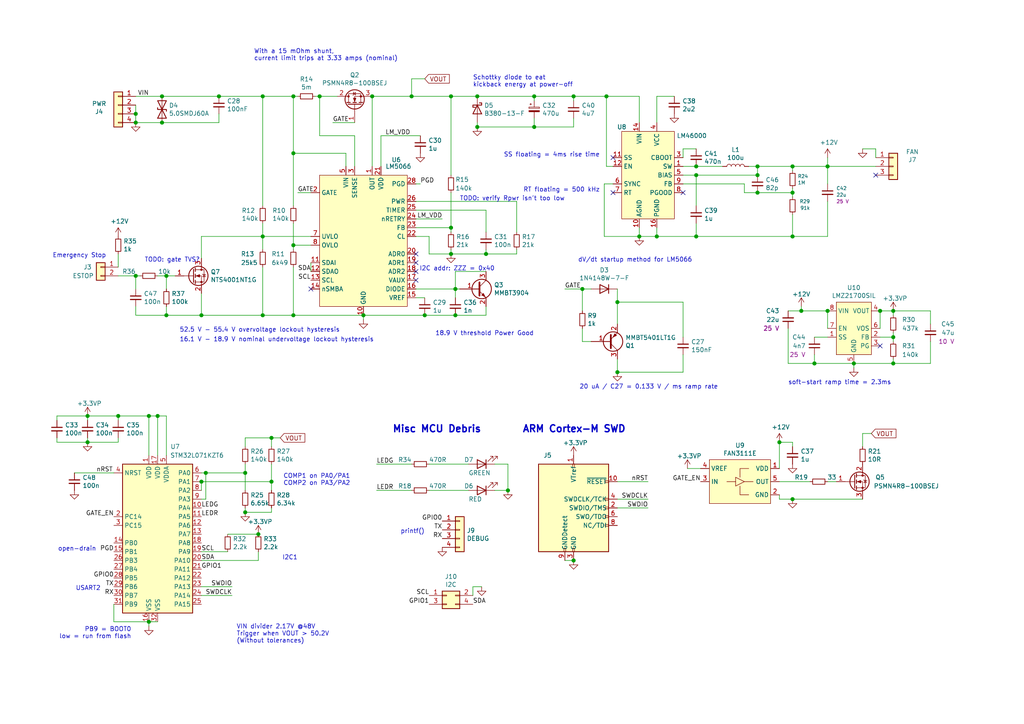
<source format=kicad_sch>
(kicad_sch (version 20200820) (host eeschema "5.99.0-unknown-dd374e12a~102~ubuntu20.04.1")
  (page 2 3)
  (paper "A4")
  (junction (at 25.4 120.65) (diameter 1.016))
  (junction (at 25.4 128.27) (diameter 1.016))
  (junction (at 34.29 120.65) (diameter 1.016))
  (junction (at 39.37 33.02) (diameter 1.016))
  (junction (at 39.37 35.56) (diameter 1.016))
  (junction (at 39.37 80.01) (diameter 1.016))
  (junction (at 43.18 120.65) (diameter 1.016))
  (junction (at 43.18 180.34) (diameter 1.016))
  (junction (at 45.72 120.65) (diameter 1.016))
  (junction (at 46.99 27.94) (diameter 1.016))
  (junction (at 46.99 35.56) (diameter 1.016))
  (junction (at 48.26 80.01) (diameter 1.016))
  (junction (at 48.26 91.44) (diameter 1.016))
  (junction (at 58.42 91.44) (diameter 1.016))
  (junction (at 58.42 139.7) (diameter 1.016))
  (junction (at 59.69 137.16) (diameter 1.016))
  (junction (at 63.5 27.94) (diameter 1.016))
  (junction (at 71.12 137.16) (diameter 1.016))
  (junction (at 71.12 148.59) (diameter 1.016))
  (junction (at 74.93 154.94) (diameter 1.016))
  (junction (at 76.2 27.94) (diameter 1.016))
  (junction (at 76.2 68.58) (diameter 1.016))
  (junction (at 76.2 91.44) (diameter 1.016))
  (junction (at 78.74 127) (diameter 1.016))
  (junction (at 78.74 139.7) (diameter 1.016))
  (junction (at 85.09 27.94) (diameter 1.016))
  (junction (at 85.09 44.45) (diameter 1.016))
  (junction (at 85.09 71.12) (diameter 1.016))
  (junction (at 85.09 91.44) (diameter 1.016))
  (junction (at 92.71 27.94) (diameter 1.016))
  (junction (at 105.41 91.44) (diameter 1.016))
  (junction (at 107.95 27.94) (diameter 1.016))
  (junction (at 119.38 27.94) (diameter 1.016))
  (junction (at 123.19 91.44) (diameter 1.016))
  (junction (at 130.81 27.94) (diameter 1.016))
  (junction (at 130.81 66.04) (diameter 1.016))
  (junction (at 130.81 73.66) (diameter 1.016))
  (junction (at 132.08 83.82) (diameter 1.016))
  (junction (at 132.08 91.44) (diameter 1.016))
  (junction (at 138.43 27.94) (diameter 1.016))
  (junction (at 138.43 36.83) (diameter 1.016))
  (junction (at 140.97 73.66) (diameter 1.016))
  (junction (at 147.32 142.24) (diameter 1.016))
  (junction (at 154.94 27.94) (diameter 1.016))
  (junction (at 154.94 36.83) (diameter 1.016))
  (junction (at 166.37 27.94) (diameter 1.016))
  (junction (at 166.37 162.56) (diameter 1.016))
  (junction (at 168.91 83.82) (diameter 1.016))
  (junction (at 175.895 27.94) (diameter 1.016))
  (junction (at 179.07 87.63) (diameter 1.016))
  (junction (at 179.07 107.95) (diameter 1.016))
  (junction (at 185.42 68.58) (diameter 1.016))
  (junction (at 190.5 68.58) (diameter 1.016))
  (junction (at 201.93 48.26) (diameter 1.016))
  (junction (at 201.93 50.8) (diameter 1.016))
  (junction (at 201.93 68.58) (diameter 1.016))
  (junction (at 219.71 48.26) (diameter 1.016))
  (junction (at 219.71 50.8) (diameter 1.016))
  (junction (at 219.71 55.88) (diameter 1.016))
  (junction (at 226.06 128.27) (diameter 1.016))
  (junction (at 229.87 48.26) (diameter 1.016))
  (junction (at 229.87 55.88) (diameter 1.016))
  (junction (at 229.87 68.58) (diameter 1.016))
  (junction (at 229.87 144.78) (diameter 1.016))
  (junction (at 232.41 90.17) (diameter 1.016))
  (junction (at 236.22 105.41) (diameter 1.016))
  (junction (at 240.03 48.26) (diameter 1.016))
  (junction (at 240.03 90.17) (diameter 1.016))
  (junction (at 247.65 105.41) (diameter 1.016))
  (junction (at 255.27 90.17) (diameter 1.016))
  (junction (at 259.08 90.17) (diameter 1.016))
  (junction (at 259.08 97.79) (diameter 1.016))
  (junction (at 259.08 105.41) (diameter 1.016))
  (no_connect (at 120.65 78.74))
  (no_connect (at 120.65 81.28))
  (no_connect (at 177.8 45.72))
  (no_connect (at 198.12 55.88))
  (no_connect (at 177.8 55.88))
  (no_connect (at 120.65 76.2))
  (no_connect (at 254 50.8))
  (no_connect (at 120.65 73.66))
  (no_connect (at 255.27 100.33))
  (no_connect (at 90.17 83.82))
  (wire (pts (xy 16.51 120.65) (xy 25.4 120.65)))
  (wire (pts (xy 16.51 121.92) (xy 16.51 120.65)))
  (wire (pts (xy 16.51 127) (xy 16.51 128.27)))
  (wire (pts (xy 16.51 128.27) (xy 25.4 128.27)))
  (wire (pts (xy 21.59 137.16) (xy 33.02 137.16)))
  (wire (pts (xy 25.4 120.65) (xy 25.4 121.92)))
  (wire (pts (xy 25.4 127) (xy 25.4 128.27)))
  (wire (pts (xy 25.4 128.27) (xy 34.29 128.27)))
  (wire (pts (xy 33.02 175.26) (xy 33.02 180.34)))
  (wire (pts (xy 33.02 180.34) (xy 43.18 180.34)))
  (wire (pts (xy 34.29 73.66) (xy 34.29 77.47)))
  (wire (pts (xy 34.29 80.01) (xy 39.37 80.01)))
  (wire (pts (xy 34.29 120.65) (xy 25.4 120.65)))
  (wire (pts (xy 34.29 120.65) (xy 34.29 121.92)))
  (wire (pts (xy 34.29 128.27) (xy 34.29 127)))
  (wire (pts (xy 39.37 27.94) (xy 46.99 27.94)))
  (wire (pts (xy 39.37 30.48) (xy 39.37 33.02)))
  (wire (pts (xy 39.37 33.02) (xy 39.37 35.56)))
  (wire (pts (xy 39.37 35.56) (xy 46.99 35.56)))
  (wire (pts (xy 39.37 80.01) (xy 40.64 80.01)))
  (wire (pts (xy 39.37 83.82) (xy 39.37 80.01)))
  (wire (pts (xy 39.37 88.9) (xy 39.37 91.44)))
  (wire (pts (xy 39.37 91.44) (xy 48.26 91.44)))
  (wire (pts (xy 43.18 120.65) (xy 34.29 120.65)))
  (wire (pts (xy 43.18 120.65) (xy 43.18 132.08)))
  (wire (pts (xy 43.18 120.65) (xy 45.72 120.65)))
  (wire (pts (xy 43.18 180.34) (xy 43.18 181.61)))
  (wire (pts (xy 45.72 80.01) (xy 48.26 80.01)))
  (wire (pts (xy 45.72 120.65) (xy 45.72 132.08)))
  (wire (pts (xy 45.72 120.65) (xy 48.26 120.65)))
  (wire (pts (xy 45.72 180.34) (xy 43.18 180.34)))
  (wire (pts (xy 46.99 27.94) (xy 63.5 27.94)))
  (wire (pts (xy 46.99 35.56) (xy 63.5 35.56)))
  (wire (pts (xy 48.26 80.01) (xy 48.26 83.82)))
  (wire (pts (xy 48.26 80.01) (xy 50.8 80.01)))
  (wire (pts (xy 48.26 88.9) (xy 48.26 91.44)))
  (wire (pts (xy 48.26 91.44) (xy 58.42 91.44)))
  (wire (pts (xy 48.26 132.08) (xy 48.26 120.65)))
  (wire (pts (xy 58.42 68.58) (xy 58.42 74.93)))
  (wire (pts (xy 58.42 85.09) (xy 58.42 91.44)))
  (wire (pts (xy 58.42 91.44) (xy 76.2 91.44)))
  (wire (pts (xy 58.42 139.7) (xy 58.42 142.24)))
  (wire (pts (xy 58.42 160.02) (xy 66.04 160.02)))
  (wire (pts (xy 58.42 162.56) (xy 74.93 162.56)))
  (wire (pts (xy 59.69 137.16) (xy 58.42 137.16)))
  (wire (pts (xy 59.69 137.16) (xy 59.69 144.78)))
  (wire (pts (xy 59.69 144.78) (xy 58.42 144.78)))
  (wire (pts (xy 63.5 27.94) (xy 76.2 27.94)))
  (wire (pts (xy 63.5 35.56) (xy 63.5 33.02)))
  (wire (pts (xy 66.04 154.94) (xy 74.93 154.94)))
  (wire (pts (xy 67.31 170.18) (xy 58.42 170.18)))
  (wire (pts (xy 67.31 172.72) (xy 58.42 172.72)))
  (wire (pts (xy 71.12 127) (xy 71.12 129.54)))
  (wire (pts (xy 71.12 127) (xy 78.74 127)))
  (wire (pts (xy 71.12 134.62) (xy 71.12 137.16)))
  (wire (pts (xy 71.12 137.16) (xy 59.69 137.16)))
  (wire (pts (xy 71.12 142.24) (xy 71.12 137.16)))
  (wire (pts (xy 71.12 147.32) (xy 71.12 148.59)))
  (wire (pts (xy 71.12 148.59) (xy 78.74 148.59)))
  (wire (pts (xy 74.93 162.56) (xy 74.93 160.02)))
  (wire (pts (xy 76.2 27.94) (xy 76.2 59.69)))
  (wire (pts (xy 76.2 27.94) (xy 85.09 27.94)))
  (wire (pts (xy 76.2 64.77) (xy 76.2 68.58)))
  (wire (pts (xy 76.2 68.58) (xy 58.42 68.58)))
  (wire (pts (xy 76.2 68.58) (xy 76.2 72.39)))
  (wire (pts (xy 76.2 68.58) (xy 90.17 68.58)))
  (wire (pts (xy 76.2 77.47) (xy 76.2 91.44)))
  (wire (pts (xy 76.2 91.44) (xy 85.09 91.44)))
  (wire (pts (xy 78.74 127) (xy 81.28 127)))
  (wire (pts (xy 78.74 129.54) (xy 78.74 127)))
  (wire (pts (xy 78.74 134.62) (xy 78.74 139.7)))
  (wire (pts (xy 78.74 139.7) (xy 58.42 139.7)))
  (wire (pts (xy 78.74 139.7) (xy 78.74 142.24)))
  (wire (pts (xy 78.74 148.59) (xy 78.74 147.32)))
  (wire (pts (xy 85.09 27.94) (xy 85.09 44.45)))
  (wire (pts (xy 85.09 27.94) (xy 86.36 27.94)))
  (wire (pts (xy 85.09 44.45) (xy 100.33 44.45)))
  (wire (pts (xy 85.09 59.69) (xy 85.09 44.45)))
  (wire (pts (xy 85.09 64.77) (xy 85.09 71.12)))
  (wire (pts (xy 85.09 71.12) (xy 90.17 71.12)))
  (wire (pts (xy 85.09 72.39) (xy 85.09 71.12)))
  (wire (pts (xy 85.09 77.47) (xy 85.09 91.44)))
  (wire (pts (xy 85.09 91.44) (xy 105.41 91.44)))
  (wire (pts (xy 86.36 55.88) (xy 90.17 55.88)))
  (wire (pts (xy 90.17 76.2) (xy 90.17 78.74)))
  (wire (pts (xy 91.44 27.94) (xy 92.71 27.94)))
  (wire (pts (xy 92.71 27.94) (xy 92.71 39.37)))
  (wire (pts (xy 92.71 27.94) (xy 97.79 27.94)))
  (wire (pts (xy 92.71 39.37) (xy 102.87 39.37)))
  (wire (pts (xy 96.52 35.56) (xy 102.87 35.56)))
  (wire (pts (xy 100.33 44.45) (xy 100.33 48.26)))
  (wire (pts (xy 102.87 39.37) (xy 102.87 48.26)))
  (wire (pts (xy 105.41 92.71) (xy 105.41 91.44)))
  (wire (pts (xy 107.95 27.94) (xy 107.95 48.26)))
  (wire (pts (xy 107.95 27.94) (xy 119.38 27.94)))
  (wire (pts (xy 109.22 134.62) (xy 119.38 134.62)))
  (wire (pts (xy 109.22 142.24) (xy 119.38 142.24)))
  (wire (pts (xy 110.49 39.37) (xy 110.49 48.26)))
  (wire (pts (xy 110.49 39.37) (xy 121.92 39.37)))
  (wire (pts (xy 119.38 22.86) (xy 119.38 27.94)))
  (wire (pts (xy 119.38 27.94) (xy 130.81 27.94)))
  (wire (pts (xy 120.65 58.42) (xy 149.86 58.42)))
  (wire (pts (xy 120.65 60.96) (xy 140.97 60.96)))
  (wire (pts (xy 120.65 66.04) (xy 130.81 66.04)))
  (wire (pts (xy 120.65 68.58) (xy 124.46 68.58)))
  (wire (pts (xy 120.65 86.36) (xy 123.19 86.36)))
  (wire (pts (xy 121.92 53.34) (xy 120.65 53.34)))
  (wire (pts (xy 123.19 22.86) (xy 119.38 22.86)))
  (wire (pts (xy 123.19 91.44) (xy 105.41 91.44)))
  (wire (pts (xy 124.46 68.58) (xy 124.46 73.66)))
  (wire (pts (xy 124.46 73.66) (xy 130.81 73.66)))
  (wire (pts (xy 128.27 63.5) (xy 120.65 63.5)))
  (wire (pts (xy 130.81 27.94) (xy 138.43 27.94)))
  (wire (pts (xy 130.81 50.8) (xy 130.81 27.94)))
  (wire (pts (xy 130.81 66.04) (xy 130.81 55.88)))
  (wire (pts (xy 130.81 66.04) (xy 130.81 67.31)))
  (wire (pts (xy 130.81 72.39) (xy 130.81 73.66)))
  (wire (pts (xy 130.81 73.66) (xy 140.97 73.66)))
  (wire (pts (xy 132.08 78.74) (xy 132.08 83.82)))
  (wire (pts (xy 132.08 83.82) (xy 120.65 83.82)))
  (wire (pts (xy 132.08 83.82) (xy 132.08 86.36)))
  (wire (pts (xy 132.08 91.44) (xy 123.19 91.44)))
  (wire (pts (xy 132.08 91.44) (xy 140.97 91.44)))
  (wire (pts (xy 133.35 83.82) (xy 132.08 83.82)))
  (wire (pts (xy 135.89 134.62) (xy 124.46 134.62)))
  (wire (pts (xy 135.89 142.24) (xy 124.46 142.24)))
  (wire (pts (xy 137.16 170.18) (xy 137.16 172.72)))
  (wire (pts (xy 138.43 27.94) (xy 154.94 27.94)))
  (wire (pts (xy 138.43 35.56) (xy 138.43 36.83)))
  (wire (pts (xy 139.7 170.18) (xy 137.16 170.18)))
  (wire (pts (xy 140.97 60.96) (xy 140.97 67.31)))
  (wire (pts (xy 140.97 73.66) (xy 140.97 72.39)))
  (wire (pts (xy 140.97 78.74) (xy 132.08 78.74)))
  (wire (pts (xy 140.97 88.9) (xy 140.97 91.44)))
  (wire (pts (xy 143.51 134.62) (xy 147.32 134.62)))
  (wire (pts (xy 147.32 134.62) (xy 147.32 142.24)))
  (wire (pts (xy 147.32 142.24) (xy 143.51 142.24)))
  (wire (pts (xy 149.86 67.31) (xy 149.86 58.42)))
  (wire (pts (xy 149.86 72.39) (xy 149.86 73.66)))
  (wire (pts (xy 149.86 73.66) (xy 140.97 73.66)))
  (wire (pts (xy 154.94 27.94) (xy 154.94 29.21)))
  (wire (pts (xy 154.94 27.94) (xy 166.37 27.94)))
  (wire (pts (xy 154.94 34.29) (xy 154.94 36.83)))
  (wire (pts (xy 154.94 36.83) (xy 138.43 36.83)))
  (wire (pts (xy 154.94 36.83) (xy 166.37 36.83)))
  (wire (pts (xy 163.83 162.56) (xy 166.37 162.56)))
  (wire (pts (xy 166.37 27.94) (xy 166.37 29.21)))
  (wire (pts (xy 166.37 27.94) (xy 175.895 27.94)))
  (wire (pts (xy 166.37 36.83) (xy 166.37 34.29)))
  (wire (pts (xy 168.91 83.82) (xy 163.83 83.82)))
  (wire (pts (xy 168.91 83.82) (xy 171.45 83.82)))
  (wire (pts (xy 168.91 90.17) (xy 168.91 83.82)))
  (wire (pts (xy 168.91 99.06) (xy 168.91 95.25)))
  (wire (pts (xy 171.45 99.06) (xy 168.91 99.06)))
  (wire (pts (xy 175.26 53.34) (xy 175.26 68.58)))
  (wire (pts (xy 175.26 68.58) (xy 185.42 68.58)))
  (wire (pts (xy 175.895 27.94) (xy 185.42 27.94)))
  (wire (pts (xy 175.895 48.26) (xy 175.895 27.94)))
  (wire (pts (xy 177.8 48.26) (xy 175.895 48.26)))
  (wire (pts (xy 177.8 53.34) (xy 175.26 53.34)))
  (wire (pts (xy 179.07 87.63) (xy 179.07 83.82)))
  (wire (pts (xy 179.07 93.98) (xy 179.07 87.63)))
  (wire (pts (xy 179.07 104.14) (xy 179.07 107.95)))
  (wire (pts (xy 179.07 107.95) (xy 198.12 107.95)))
  (wire (pts (xy 179.07 139.7) (xy 187.96 139.7)))
  (wire (pts (xy 185.42 35.56) (xy 185.42 27.94)))
  (wire (pts (xy 185.42 66.04) (xy 185.42 68.58)))
  (wire (pts (xy 185.42 68.58) (xy 190.5 68.58)))
  (wire (pts (xy 187.96 144.78) (xy 179.07 144.78)))
  (wire (pts (xy 187.96 147.32) (xy 179.07 147.32)))
  (wire (pts (xy 190.5 27.94) (xy 190.5 35.56)))
  (wire (pts (xy 190.5 68.58) (xy 190.5 66.04)))
  (wire (pts (xy 190.5 68.58) (xy 201.93 68.58)))
  (wire (pts (xy 195.58 27.94) (xy 190.5 27.94)))
  (wire (pts (xy 198.12 43.18) (xy 201.93 43.18)))
  (wire (pts (xy 198.12 45.72) (xy 198.12 43.18)))
  (wire (pts (xy 198.12 50.8) (xy 201.93 50.8)))
  (wire (pts (xy 198.12 53.34) (xy 215.9 53.34)))
  (wire (pts (xy 198.12 87.63) (xy 179.07 87.63)))
  (wire (pts (xy 198.12 97.79) (xy 198.12 87.63)))
  (wire (pts (xy 198.12 107.95) (xy 198.12 102.87)))
  (wire (pts (xy 199.39 135.89) (xy 203.2 135.89)))
  (wire (pts (xy 201.93 48.26) (xy 198.12 48.26)))
  (wire (pts (xy 201.93 50.8) (xy 201.93 59.69)))
  (wire (pts (xy 201.93 50.8) (xy 219.71 50.8)))
  (wire (pts (xy 201.93 64.77) (xy 201.93 68.58)))
  (wire (pts (xy 201.93 68.58) (xy 229.87 68.58)))
  (wire (pts (xy 209.55 48.26) (xy 201.93 48.26)))
  (wire (pts (xy 215.9 53.34) (xy 215.9 55.88)))
  (wire (pts (xy 215.9 55.88) (xy 219.71 55.88)))
  (wire (pts (xy 217.17 48.26) (xy 219.71 48.26)))
  (wire (pts (xy 219.71 48.26) (xy 229.87 48.26)))
  (wire (pts (xy 219.71 50.8) (xy 219.71 48.26)))
  (wire (pts (xy 219.71 55.88) (xy 229.87 55.88)))
  (wire (pts (xy 226.06 128.27) (xy 226.06 135.89)))
  (wire (pts (xy 226.06 128.27) (xy 229.87 128.27)))
  (wire (pts (xy 226.06 139.7) (xy 234.95 139.7)))
  (wire (pts (xy 226.06 143.51) (xy 226.06 144.78)))
  (wire (pts (xy 226.06 144.78) (xy 229.87 144.78)))
  (wire (pts (xy 228.6 95.25) (xy 228.6 105.41)))
  (wire (pts (xy 228.6 105.41) (xy 236.22 105.41)))
  (wire (pts (xy 229.87 48.26) (xy 229.87 49.53)))
  (wire (pts (xy 229.87 48.26) (xy 240.03 48.26)))
  (wire (pts (xy 229.87 54.61) (xy 229.87 55.88)))
  (wire (pts (xy 229.87 57.15) (xy 229.87 55.88)))
  (wire (pts (xy 229.87 62.23) (xy 229.87 68.58)))
  (wire (pts (xy 229.87 128.27) (xy 229.87 129.54)))
  (wire (pts (xy 229.87 144.78) (xy 250.19 144.78)))
  (wire (pts (xy 232.41 88.9) (xy 232.41 90.17)))
  (wire (pts (xy 232.41 90.17) (xy 228.6 90.17)))
  (wire (pts (xy 232.41 90.17) (xy 240.03 90.17)))
  (wire (pts (xy 236.22 105.41) (xy 236.22 102.87)))
  (wire (pts (xy 240.03 45.72) (xy 240.03 48.26)))
  (wire (pts (xy 240.03 48.26) (xy 240.03 53.34)))
  (wire (pts (xy 240.03 48.26) (xy 254 48.26)))
  (wire (pts (xy 240.03 58.42) (xy 240.03 68.58)))
  (wire (pts (xy 240.03 68.58) (xy 229.87 68.58)))
  (wire (pts (xy 240.03 95.25) (xy 240.03 90.17)))
  (wire (pts (xy 240.03 97.79) (xy 236.22 97.79)))
  (wire (pts (xy 240.03 139.7) (xy 242.57 139.7)))
  (wire (pts (xy 247.65 105.41) (xy 236.22 105.41)))
  (wire (pts (xy 247.65 105.41) (xy 259.08 105.41)))
  (wire (pts (xy 247.65 106.68) (xy 247.65 105.41)))
  (wire (pts (xy 250.19 43.18) (xy 254 43.18)))
  (wire (pts (xy 250.19 125.73) (xy 250.19 129.54)))
  (wire (pts (xy 250.19 125.73) (xy 252.73 125.73)))
  (wire (pts (xy 254 43.18) (xy 254 45.72)))
  (wire (pts (xy 255.27 95.25) (xy 255.27 90.17)))
  (wire (pts (xy 255.27 97.79) (xy 259.08 97.79)))
  (wire (pts (xy 259.08 90.17) (xy 255.27 90.17)))
  (wire (pts (xy 259.08 90.17) (xy 269.875 90.17)))
  (wire (pts (xy 259.08 91.44) (xy 259.08 90.17)))
  (wire (pts (xy 259.08 97.79) (xy 259.08 96.52)))
  (wire (pts (xy 259.08 99.06) (xy 259.08 97.79)))
  (wire (pts (xy 259.08 105.41) (xy 259.08 104.14)))
  (wire (pts (xy 259.08 105.41) (xy 269.875 105.41)))
  (wire (pts (xy 269.875 93.98) (xy 269.875 90.17)))
  (wire (pts (xy 269.875 99.06) (xy 269.875 105.41)))
  (text "Emergency Stop" (at 15.24 74.93 0) (effects (font (size 1.27 1.27)) (justify left bottom)))
  (text "open-drain" (at 27.94 160.02 180) (effects (font (size 1.27 1.27)) (justify right bottom)))
  (text "USART2" (at 29.21 171.45 180) (effects (font (size 1.27 1.27)) (justify right bottom)))
  (text "PB9 = BOOT0\nlow = run from flash" (at 38.1 185.42 180) (effects (font (size 1.27 1.27)) (justify right bottom)))
  (text "TODO: gate TVS?" (at 41.91 76.2 0) (effects (font (size 1.27 1.27)) (justify left bottom)))
  (text "52.5 V - 55.4 V overvoltage lockout hysteresis" (at 52.07 96.52 0) (effects (font (size 1.27 1.27)) (justify left bottom)))
  (text "16.1 V - 18.9 V nominal undervoltage lockout hysteresis" (at 52.07 99.314 0) (effects (font (size 1.27 1.27)) (justify left bottom)))
  (text "VIN divider 2.17V @48V\nTrigger when VOUT > 50.2V\n(Without tolerances)" (at 68.58 186.69 0) (effects (font (size 1.27 1.27)) (justify left bottom)))
  (text "With a 15 mOhm shunt,\ncurrent limit trips at 3.33 amps (nominal)" (at 73.66 17.78 0) (effects (font (size 1.27 1.27)) (justify left bottom)))
  (text "I2C1" (at 86.36 162.56 180) (effects (font (size 1.27 1.27)) (justify right bottom)))
  (text "COMP1 on PA0/PA1\nCOMP2 on PA3/PA2" (at 101.6 140.97 180) (effects (font (size 1.27 1.27)) (justify right bottom)))
  (text "printf()" (at 123.19 154.94 180) (effects (font (size 1.27 1.27)) (justify right bottom)))
  (text "18.9 V threshold Power Good" (at 126.238 97.536 0) (effects (font (size 1.27 1.27)) (justify left bottom)))
  (text "Schottky diode to eat\nkickback energy at power-off" (at 137.16 25.4 0) (effects (font (size 1.27 1.27)) (justify left bottom)))
  (text "Misc MCU Debris" (at 139.7 125.73 180) (effects (font (size 2.0066 2.0066) (thickness 0.4013) bold) (justify right bottom)))
  (text "I2C addr: ZZZ = 0x40" (at 143.51 78.74 180) (effects (font (size 1.27 1.27)) (justify right bottom)))
  (text "TODO: verify Rpwr isn't too low" (at 163.83 58.42 180) (effects (font (size 1.27 1.27)) (justify right bottom)))
  (text "dV/dt startup method for LM5066" (at 167.64 76.2 0) (effects (font (size 1.27 1.27)) (justify left bottom)))
  (text "SS floating = 4ms rise time" (at 173.99 45.72 180) (effects (font (size 1.27 1.27)) (justify right bottom)))
  (text "RT floating = 500 kHz" (at 173.99 55.88 180) (effects (font (size 1.27 1.27)) (justify right bottom)))
  (text "ARM Cortex-M SWD" (at 181.61 125.73 180) (effects (font (size 2.0066 2.0066) (thickness 0.4013) bold) (justify right bottom)))
  (text "20 uA / C27 = 0.133 V / ms ramp rate" (at 208.28 113.03 180) (effects (font (size 1.27 1.27)) (justify right bottom)))
  (text "soft-start ramp time = 2.3ms" (at 228.6 111.76 0) (effects (font (size 1.27 1.27)) (justify left bottom)))
  (label "nRST" (at 27.94 137.16 0))
  (label "GATE_EN" (at 33.02 149.86 180))
  (label "PGD" (at 33.02 160.02 180))
  (label "GPIO0" (at 33.02 167.64 180))
  (label "TX" (at 33.02 170.18 180))
  (label "RX" (at 33.02 172.72 180))
  (label "VIN" (at 43.18 27.94 180))
  (label "LEDG" (at 58.42 147.32 0))
  (label "LEDR" (at 58.42 149.86 0))
  (label "SCL" (at 58.42 160.02 0))
  (label "SDA" (at 58.42 162.56 0))
  (label "GPIO1" (at 58.42 165.1 0))
  (label "SWDIO" (at 67.31 170.18 180))
  (label "SWDCLK" (at 67.31 172.72 180))
  (label "GATE" (at 86.36 55.88 0))
  (label "SDA" (at 90.17 78.74 180))
  (label "SCL" (at 90.17 81.28 180))
  (label "GATE" (at 96.52 35.56 0))
  (label "LEDG" (at 109.22 134.62 0))
  (label "LEDR" (at 109.22 142.24 0))
  (label "LM_VDD" (at 111.76 39.37 0))
  (label "PGD" (at 121.92 53.34 0))
  (label "SCL" (at 124.46 172.72 180))
  (label "GPIO1" (at 124.46 175.26 180))
  (label "LM_VDD" (at 128.27 63.5 180))
  (label "GPIO0" (at 128.27 151.13 180))
  (label "TX" (at 128.27 153.67 180))
  (label "RX" (at 128.27 156.21 180))
  (label "SDA" (at 137.16 175.26 0))
  (label "GATE" (at 163.83 83.82 0))
  (label "nRST" (at 187.96 139.7 180))
  (label "SWDCLK" (at 187.96 144.78 180))
  (label "SWDIO" (at 187.96 147.32 180))
  (label "GATE_EN" (at 203.2 139.7 180))
  (global_label "VOUT" (shape input) (at 81.28 127 0))
  (global_label "VOUT" (shape input) (at 123.19 22.86 0))
  (global_label "VOUT" (shape input) (at 252.73 125.73 0))
  (symbol (lib_id "power:+3.3VP") (at 25.4 120.65 0) (unit 1)
    (property "Reference" "#PWR0150" (effects hide))
    (property "Value" "+3.3VP" (at 25.908 117.0178 0))
  )
  (symbol (lib_id "power:+12V") (at 34.29 68.58 0) (unit 1)
    (property "Reference" "#PWR0128" (effects hide))
    (property "Value" "+12V" (at 34.671 64.1858 0))
  )
  (symbol (lib_id "power:+3.3VP") (at 74.93 154.94 0) (unit 1)
    (property "Reference" "#PWR0158" (effects hide))
    (property "Value" "+3.3VP" (at 75.438 151.3078 0))
  )
  (symbol (lib_id "power:+3.3VP") (at 166.37 132.08 0) (unit 1)
    (property "Reference" "#PWR0153" (effects hide))
    (property "Value" "+3.3VP" (at 166.878 128.4478 0))
  )
  (symbol (lib_id "power:+3.3VP") (at 199.39 135.89 0) (unit 1)
    (property "Reference" "#PWR0141" (effects hide))
    (property "Value" "+3.3VP" (at 199.898 132.2578 0))
  )
  (symbol (lib_id "power:+12V") (at 226.06 128.27 0) (unit 1)
    (property "Reference" "#PWR0163" (effects hide))
    (property "Value" "+12V" (at 226.441 123.8758 0))
  )
  (symbol (lib_id "power:+12V") (at 232.41 88.9 0) (unit 1)
    (property "Reference" "#PWR0165" (effects hide))
    (property "Value" "+12V" (at 232.41 85.344 0))
  )
  (symbol (lib_id "power:+12V") (at 240.03 45.72 0) (unit 1)
    (property "Reference" "#PWR0167" (effects hide))
    (property "Value" "+12V" (at 240.411 41.3258 0))
  )
  (symbol (lib_id "power:+3.3VP") (at 259.08 90.17 0) (unit 1)
    (property "Reference" "#PWR0166" (effects hide))
    (property "Value" "+3.3VP" (at 259.588 86.5378 0))
  )
  (symbol (lib_id "Device:L") (at 213.36 48.26 90) (unit 1)
    (property "Reference" "L1" (at 213.36 43.434 90))
    (property "Value" "100u" (at 213.36 45.7454 90))
    (property "Footprint" "Inductor_SMD:L_7.3x7.3_H4.5" (effects hide))
    (property "D1N" "Digikey" (effects hide))
    (property "D1PN" "732-1199" (effects hide))
    (property "MFN" "Wurth" (effects hide))
    (property "MPN" "744777920" (effects hide))
  )
  (symbol (lib_id "power:GND") (at 21.59 142.24 0) (mirror y) (unit 1)
    (property "Reference" "#PWR0138" (effects hide))
    (property "Value" "GND" (effects hide))
  )
  (symbol (lib_id "power:GND") (at 25.4 128.27 0) (mirror y) (unit 1)
    (property "Reference" "#PWR0137" (effects hide))
    (property "Value" "GND" (effects hide))
  )
  (symbol (lib_id "power:GND") (at 39.37 35.56 0) (mirror y) (unit 1)
    (property "Reference" "#PWR0122" (effects hide))
    (property "Value" "GND" (effects hide))
  )
  (symbol (lib_id "power:GND") (at 43.18 181.61 0) (mirror y) (unit 1)
    (property "Reference" "#PWR0131" (effects hide))
    (property "Value" "GND" (effects hide))
  )
  (symbol (lib_id "power:GND") (at 71.12 148.59 0) (mirror y) (unit 1)
    (property "Reference" "#PWR0135" (effects hide))
    (property "Value" "GND" (effects hide))
  )
  (symbol (lib_id "power:GND") (at 105.41 92.71 0) (unit 1)
    (property "Reference" "#PWR0134" (effects hide))
    (property "Value" "GND" (effects hide))
  )
  (symbol (lib_id "power:GND") (at 121.92 44.45 0) (mirror y) (unit 1)
    (property "Reference" "#PWR0142" (effects hide))
    (property "Value" "GND" (effects hide))
  )
  (symbol (lib_id "power:GND") (at 128.27 158.75 0) (mirror y) (unit 1)
    (property "Reference" "#PWR0152" (effects hide))
    (property "Value" "GND" (effects hide))
  )
  (symbol (lib_id "power:GND") (at 130.81 73.66 0) (mirror y) (unit 1)
    (property "Reference" "#PWR0140" (effects hide))
    (property "Value" "GND" (effects hide))
  )
  (symbol (lib_id "power:GND") (at 138.43 36.83 0) (mirror y) (unit 1)
    (property "Reference" "#PWR0143" (effects hide))
    (property "Value" "GND" (effects hide))
  )
  (symbol (lib_id "power:GND") (at 139.7 170.18 0) (mirror y) (unit 1)
    (property "Reference" "#PWR0155" (effects hide))
    (property "Value" "GND" (effects hide))
  )
  (symbol (lib_id "power:GND") (at 147.32 142.24 0) (mirror y) (unit 1)
    (property "Reference" "#PWR0149" (effects hide))
    (property "Value" "GND" (effects hide))
  )
  (symbol (lib_id "power:GND") (at 166.37 162.56 0) (mirror y) (unit 1)
    (property "Reference" "#PWR0139" (effects hide))
    (property "Value" "GND" (effects hide))
  )
  (symbol (lib_id "power:GND") (at 179.07 107.95 0) (unit 1)
    (property "Reference" "#PWR0136" (effects hide))
    (property "Value" "GND" (effects hide))
  )
  (symbol (lib_id "power:GND") (at 185.42 68.58 0) (mirror y) (unit 1)
    (property "Reference" "#PWR0151" (effects hide))
    (property "Value" "GND" (effects hide))
  )
  (symbol (lib_id "power:GND") (at 195.58 33.02 0) (mirror y) (unit 1)
    (property "Reference" "#PWR0148" (effects hide))
    (property "Value" "GND" (effects hide))
  )
  (symbol (lib_id "power:GND") (at 229.87 134.62 0) (mirror y) (unit 1)
    (property "Reference" "#PWR0145" (effects hide))
    (property "Value" "GND" (effects hide))
  )
  (symbol (lib_id "power:GND") (at 229.87 144.78 0) (mirror y) (unit 1)
    (property "Reference" "#PWR0144" (effects hide))
    (property "Value" "GND" (effects hide))
  )
  (symbol (lib_id "power:GND") (at 247.65 106.68 0) (mirror y) (unit 1)
    (property "Reference" "#PWR0146" (effects hide))
    (property "Value" "GND" (effects hide))
  )
  (symbol (lib_id "power:GND") (at 250.19 43.18 0) (mirror y) (unit 1)
    (property "Reference" "#PWR0147" (effects hide))
    (property "Value" "GND" (effects hide))
  )
  (symbol (lib_id "Device:R_Small") (at 34.29 71.12 0) (unit 1)
    (property "Reference" "R35" (at 35.7886 69.9516 0) (effects (justify left)))
    (property "Value" "1k" (at 35.7886 72.263 0) (effects (justify left)))
    (property "Footprint" "Resistor_SMD:R_0603_1608Metric" (effects hide))
    (property "D1N" "Digikey" (effects hide))
    (property "D1PN" "311-1.00KHRCT-ND" (effects hide))
    (property "MFN" "Yageo" (effects hide))
    (property "MPN" "RC0603FR-071KL" (effects hide))
    (property "Tolerance" "1%" (effects hide))
  )
  (symbol (lib_id "Device:R_Small") (at 43.18 80.01 90) (unit 1)
    (property "Reference" "R36" (at 39.37 78.74 90) (effects (justify left)))
    (property "Value" "10k" (at 49.53 78.74 90) (effects (justify left)))
    (property "Footprint" "Resistor_SMD:R_0603_1608Metric" (effects hide))
    (property "D1N" "Digikey" (effects hide))
    (property "D1PN" "311-10KGRCT-ND" (effects hide))
    (property "MFN" "Yageo" (effects hide))
    (property "MPN" "RC0603JR-0710KL" (effects hide))
  )
  (symbol (lib_id "Device:R_Small") (at 48.26 86.36 0) (unit 1)
    (property "Reference" "R37" (at 49.7586 85.1916 0) (effects (justify left)))
    (property "Value" "100k" (at 49.7586 87.503 0) (effects (justify left)))
    (property "Footprint" "Resistor_SMD:R_0603_1608Metric" (effects hide))
    (property "D1N" "Digikey" (effects hide))
    (property "D1PN" "311-100KHRCT-ND" (effects hide))
    (property "MFN" "Yageo" (effects hide))
    (property "MPN" "RC0603FR-07100KL" (effects hide))
    (property "Tolerance" "1%" (effects hide))
  )
  (symbol (lib_id "Device:R_Small") (at 66.04 157.48 0) (unit 1)
    (property "Reference" "R32" (at 67.5386 156.3116 0) (effects (justify left)))
    (property "Value" "2.2k" (at 67.5386 158.623 0) (effects (justify left)))
    (property "Footprint" "Resistor_SMD:R_0603_1608Metric" (effects hide))
    (property "D1N" "Digikey" (effects hide))
    (property "D1PN" "311-2.20KHRCT-ND" (effects hide))
    (property "MFN" "Yageo" (effects hide))
    (property "MPN" "RC0603FR-072K2L" (effects hide))
    (property "Tolerance" "1%" (effects hide))
  )
  (symbol (lib_id "Device:R_Small") (at 71.12 132.08 0) (unit 1)
    (property "Reference" "R26" (at 72.6186 130.9116 0) (effects (justify left)))
    (property "Value" "140k" (at 72.6186 133.223 0) (effects (justify left)))
    (property "Footprint" "Resistor_SMD:R_0603_1608Metric" (effects hide))
    (property "D1N" "Digikey" (effects hide))
    (property "D1PN" "P140KDBCT-ND" (effects hide))
    (property "MFN" "Panasonic" (effects hide))
    (property "MPN" "ERA-3AEB1403V" (effects hide))
    (property "Tolerance" "0.1%" (effects hide))
  )
  (symbol (lib_id "Device:R_Small") (at 71.12 144.78 0) (unit 1)
    (property "Reference" "R25" (at 72.6186 143.6116 0) (effects (justify left)))
    (property "Value" "6.65k" (at 72.6186 145.923 0) (effects (justify left)))
    (property "Footprint" "Resistor_SMD:R_0603_1608Metric" (effects hide))
    (property "D1N" "Digikey" (effects hide))
    (property "D1PN" "P6.65KDBCT-ND" (effects hide))
    (property "MFN" "Panasonic" (effects hide))
    (property "MPN" "ERA-3AEB6651V" (effects hide))
    (property "Tolerance" "0.1%" (effects hide))
  )
  (symbol (lib_id "Device:R_Small") (at 74.93 157.48 0) (unit 1)
    (property "Reference" "R33" (at 76.4286 156.3116 0) (effects (justify left)))
    (property "Value" "2.2k" (at 76.4286 158.623 0) (effects (justify left)))
    (property "Footprint" "Resistor_SMD:R_0603_1608Metric" (effects hide))
    (property "D1N" "Digikey" (effects hide))
    (property "D1PN" "311-2.20KHRCT-ND" (effects hide))
    (property "MFN" "Yageo" (effects hide))
    (property "MPN" "RC0603FR-072K2L" (effects hide))
    (property "Tolerance" "1%" (effects hide))
  )
  (symbol (lib_id "Device:R_Small") (at 76.2 62.23 0) (unit 1)
    (property "Reference" "R12" (at 70.0786 61.0616 0) (effects (justify left)))
    (property "Value" "140k" (at 70.0786 63.373 0) (effects (justify left)))
    (property "Footprint" "Resistor_SMD:R_0603_1608Metric" (effects hide))
    (property "D1N" "Digikey" (effects hide))
    (property "D1PN" "P140KDBCT-ND" (effects hide))
    (property "MFN" "Panasonic" (effects hide))
    (property "MPN" "ERA-3AEB1403V" (effects hide))
    (property "Tolerance" "0.1%" (effects hide))
  )
  (symbol (lib_id "Device:R_Small") (at 76.2 74.93 0) (unit 1)
    (property "Reference" "R13" (at 69.85 73.66 0) (effects (justify left)))
    (property "Value" "25k5" (at 69.85 76.2 0) (effects (justify left)))
    (property "Footprint" "Resistor_SMD:R_0603_1608Metric" (effects hide))
    (property "D1N" "Digikey" (effects hide))
    (property "D1PN" "P25.5KDBCT-ND" (effects hide))
    (property "MFN" "Panasonic" (effects hide))
    (property "MPN" "ERA-3AEB2552V" (effects hide))
    (property "Tolerance" "0.1%" (effects hide))
  )
  (symbol (lib_id "Device:R_Small") (at 78.74 132.08 0) (unit 1)
    (property "Reference" "R27" (at 80.2386 130.9116 0) (effects (justify left)))
    (property "Value" "140k" (at 80.2386 133.223 0) (effects (justify left)))
    (property "Footprint" "Resistor_SMD:R_0603_1608Metric" (effects hide))
    (property "D1N" "Digikey" (effects hide))
    (property "D1PN" "P140KDBCT-ND" (effects hide))
    (property "MFN" "Panasonic" (effects hide))
    (property "MPN" "ERA-3AEB1403V" (effects hide))
    (property "Tolerance" "0.1%" (effects hide))
  )
  (symbol (lib_id "Device:R_Small") (at 78.74 144.78 0) (unit 1)
    (property "Reference" "R28" (at 80.2386 143.6116 0) (effects (justify left)))
    (property "Value" "6.34k" (at 80.2386 145.923 0) (effects (justify left)))
    (property "Footprint" "Resistor_SMD:R_0603_1608Metric" (effects hide))
    (property "D1N" "Digikey" (effects hide))
    (property "D1PN" "P6.34KDBCT-ND" (effects hide))
    (property "MFN" "Panasonic" (effects hide))
    (property "MPN" "ERA-3AEB6341V" (effects hide))
    (property "Tolerance" "0.1%" (effects hide))
  )
  (symbol (lib_id "Device:R_Small") (at 85.09 62.23 0) (unit 1)
    (property "Reference" "R10" (at 78.9686 61.0616 0) (effects (justify left)))
    (property "Value" "140k" (at 78.9686 63.373 0) (effects (justify left)))
    (property "Footprint" "Resistor_SMD:R_0603_1608Metric" (effects hide))
    (property "D1N" "Digikey" (effects hide))
    (property "D1PN" "P140KDBCT-ND" (effects hide))
    (property "MFN" "Panasonic" (effects hide))
    (property "MPN" "ERA-3AEB1403V" (effects hide))
    (property "Tolerance" "0.1%" (effects hide))
  )
  (symbol (lib_id "Device:R_Small") (at 85.09 74.93 0) (unit 1)
    (property "Reference" "R11" (at 78.74 73.66 0) (effects (justify left)))
    (property "Value" "6k49" (at 78.74 76.2 0) (effects (justify left)))
    (property "Footprint" "Resistor_SMD:R_0603_1608Metric" (effects hide))
    (property "D1N" "Digikey" (effects hide))
    (property "D1PN" "P6.49KDBCT-ND" (effects hide))
    (property "MFN" "Panasonic" (effects hide))
    (property "MPN" "ERA-3AEB6491V" (effects hide))
    (property "Tolerance" "0.1%" (effects hide))
  )
  (symbol (lib_id "Device:R_Small") (at 88.9 27.94 270) (unit 1)
    (property "Reference" "R14" (at 88.9 22.9616 90))
    (property "Value" "5m" (at 88.9 25.273 90))
    (property "Footprint" "Resistor_SMD:R_2512_6332Metric" (effects hide))
    (property "D1N" "Digikey" (effects hide))
    (property "D1PN" "696-1182-2-ND" (effects hide))
    (property "MFN" "Riedon" (effects hide))
    (property "MPN" "CSR2512B0R005F" (effects hide))
  )
  (symbol (lib_id "Device:R_Small") (at 121.92 134.62 90) (unit 1)
    (property "Reference" "R34" (at 119.38 133.35 90) (effects (justify left)))
    (property "Value" "470R" (at 129.54 133.35 90) (effects (justify left)))
    (property "Footprint" "Resistor_SMD:R_0603_1608Metric" (effects hide))
    (property "D1N" "Digikey" (effects hide))
    (property "D1PN" "311-470HRCT-ND" (effects hide))
    (property "MFN" "Yageo" (effects hide))
    (property "MPN" "RC0603FR-07470RL" (effects hide))
    (property "Tolerance" "1%" (effects hide))
  )
  (symbol (lib_id "Device:R_Small") (at 121.92 142.24 90) (unit 1)
    (property "Reference" "R18" (at 119.38 140.97 90) (effects (justify left)))
    (property "Value" "470R" (at 129.54 140.97 90) (effects (justify left)))
    (property "Footprint" "Resistor_SMD:R_0603_1608Metric" (effects hide))
    (property "D1N" "Digikey" (effects hide))
    (property "D1PN" "311-470HRCT-ND" (effects hide))
    (property "MFN" "Yageo" (effects hide))
    (property "MPN" "RC0603FR-07470RL" (effects hide))
    (property "Tolerance" "1%" (effects hide))
  )
  (symbol (lib_id "Device:R_Small") (at 130.81 53.34 0) (mirror x) (unit 1)
    (property "Reference" "R15" (at 132.08 52.07 0) (effects (justify left)))
    (property "Value" "140k" (at 132.08 54.61 0) (effects (justify left)))
    (property "Footprint" "Resistor_SMD:R_0603_1608Metric" (effects hide))
    (property "D1N" "Digikey" (effects hide))
    (property "D1PN" "P140KDBCT-ND" (effects hide))
    (property "MFN" "Panasonic" (effects hide))
    (property "MPN" "ERA-3AEB1403V" (effects hide))
    (property "Tolerance" "0.1%" (effects hide))
  )
  (symbol (lib_id "Device:R_Small") (at 130.81 69.85 0) (unit 1)
    (property "Reference" "R16" (at 132.3086 68.6816 0) (effects (justify left)))
    (property "Value" "21k" (at 132.3086 70.993 0) (effects (justify left)))
    (property "Footprint" "Resistor_SMD:R_0603_1608Metric" (effects hide))
    (property "D1N" "Digikey" (effects hide))
    (property "D1PN" "P21KDBCT-ND" (effects hide))
    (property "MFN" "Panasonic" (effects hide))
    (property "MPN" "ERA-3AEB2102V" (effects hide))
    (property "Tolerance" "0.1%" (effects hide))
  )
  (symbol (lib_id "Device:R_Small") (at 149.86 69.85 0) (unit 1)
    (property "Reference" "R17" (at 151.3586 68.6816 0) (effects (justify left)))
    (property "Value" "21k" (at 151.3586 70.993 0) (effects (justify left)))
    (property "Footprint" "Resistor_SMD:R_0603_1608Metric" (effects hide))
    (property "D1N" "Digikey" (effects hide))
    (property "D1PN" "P21KDBCT-ND" (effects hide))
    (property "MFN" "Panasonic" (effects hide))
    (property "MPN" "ERA-3AEB2102V" (effects hide))
    (property "Tolerance" "0.1%" (effects hide))
  )
  (symbol (lib_id "Device:R_Small") (at 168.91 92.71 0) (unit 1)
    (property "Reference" "R9" (at 170.4086 91.5416 0) (effects (justify left)))
    (property "Value" "1k" (at 170.4086 93.853 0) (effects (justify left)))
    (property "Footprint" "Resistor_SMD:R_0603_1608Metric" (effects hide))
    (property "D1N" "Digikey" (effects hide))
    (property "D1PN" "311-1.00KHRCT-ND" (effects hide))
    (property "MFN" "Yageo" (effects hide))
    (property "MPN" "RC0603FR-071KL" (effects hide))
    (property "Tolerance" "1%" (effects hide))
  )
  (symbol (lib_id "Device:R_Small") (at 229.87 52.07 0) (unit 1)
    (property "Reference" "R24" (at 231.3686 51.1302 0) (effects (font (size 0.9906 0.9906)) (justify left)))
    (property "Value" "1M" (at 231.3686 52.9844 0) (effects (font (size 0.9906 0.9906)) (justify left)))
    (property "Footprint" "Resistor_SMD:R_0603_1608Metric" (effects hide))
    (property "D1N" "Digikey" (effects hide))
    (property "D1PN" "311-1.00MHRCT-ND" (effects hide))
    (property "MFN" "Yageo" (effects hide))
    (property "MPN" "RC0603FR-071ML" (effects hide))
    (property "Tolerance" "1%" (effects hide))
  )
  (symbol (lib_id "Device:R_Small") (at 229.87 59.69 0) (unit 1)
    (property "Reference" "R29" (at 234.95 58.42 0) (effects (font (size 0.9906 0.9906)) (justify right)))
    (property "Value" "91k" (at 234.95 60.325 0) (effects (font (size 0.9906 0.9906)) (justify right)))
    (property "Footprint" "Resistor_SMD:R_0603_1608Metric" (effects hide))
    (property "D1N" "Digikey" (effects hide))
    (property "D1PN" "311-91.0KLRCT-ND" (effects hide))
    (property "MFN" "Yageo" (effects hide))
    (property "MPN" "RC0402FR-0791KL" (effects hide))
    (property "Tolerance" "1%" (effects hide))
  )
  (symbol (lib_id "Device:R_Small") (at 237.49 139.7 90) (unit 1)
    (property "Reference" "R19" (at 232.41 138.43 90))
    (property "Value" "33" (at 241.3 138.43 90))
    (property "Footprint" "Resistor_SMD:R_0603_1608Metric" (effects hide))
    (property "D1N" "Digikey" (effects hide))
    (property "D1PN" "311-33.0HRCT-ND" (effects hide))
    (property "MFN" "Yageo" (effects hide))
    (property "MPN" "RC0603FR-0733RL" (effects hide))
    (property "Tolerance" "1%" (effects hide))
  )
  (symbol (lib_id "Device:R_Small") (at 250.19 132.08 0) (unit 1)
    (property "Reference" "R21" (at 251.6886 130.9116 0) (effects (justify left)))
    (property "Value" "10R" (at 251.6886 133.223 0) (effects (justify left)))
    (property "Footprint" "Package_TO_SOT_THT:TO-247-2_Vertical" (effects hide))
    (property "D1N" "Digikey" (effects hide))
    (property "D1PN" "696-1107-5-ND" (effects hide))
    (property "MFN" "Riedon" (effects hide))
    (property "MPN" "PF2472-10RF1" (effects hide))
  )
  (symbol (lib_id "Device:R_Small") (at 259.08 93.98 0) (unit 1)
    (property "Reference" "R30" (at 261.62 92.71 0) (effects (justify left)))
    (property "Value" "437k" (at 261.62 95.25 0) (effects (justify left)))
    (property "Footprint" "Resistor_SMD:R_0603_1608Metric" (effects hide))
    (property "D1N" "Digikey" (effects hide))
    (property "D1PN" "311-432KHRCT-ND" (effects hide))
    (property "MFN" "Yageo" (effects hide))
    (property "MPN" "RC0603FR-07432KL" (effects hide))
    (property "Tolerance" "1%" (effects hide))
  )
  (symbol (lib_id "Device:R_Small") (at 259.08 101.6 0) (unit 1)
    (property "Reference" "R31" (at 261.62 100.33 0) (effects (justify left)))
    (property "Value" "140k" (at 261.62 102.87 0) (effects (justify left)))
    (property "Footprint" "Resistor_SMD:R_0603_1608Metric" (effects hide))
    (property "D1N" "Digikey" (effects hide))
    (property "D1PN" "P140KDBCT-ND" (effects hide))
    (property "MFN" "Panasonic" (effects hide))
    (property "MPN" "ERA-3AEB1403V" (effects hide))
    (property "Tolerance" "0.1%" (effects hide))
  )
  (symbol (lib_id "Device:CP_Small") (at 154.94 31.75 0) (unit 1)
    (property "Reference" "C32" (at 157.2768 30.5816 0) (effects (justify left)))
    (property "Value" "470u" (at 157.2768 32.893 0) (effects (justify left)))
    (property "Footprint" "Capacitor_SMD:CP_Elec_18x17.5" (effects hide))
    (property "D1N" "Digikey" (effects hide))
    (property "D1PN" "PCE4859CT-ND" (effects hide))
    (property "MFN" "Panasonic" (effects hide))
    (property "MPN" "EEE-FK1K471AM" (effects hide))
    (property "Maximum Voltage" "80 V" (effects hide))
    (property "Tolerance" "20%" (effects hide))
  )
  (symbol (lib_id "Device:C_Small") (at 16.51 124.46 0) (unit 1)
    (property "Reference" "C33" (at 18.8468 123.2916 0) (effects (justify left)))
    (property "Value" "100n" (at 18.8468 125.603 0) (effects (justify left)))
    (property "Footprint" "Capacitor_SMD:C_0603_1608Metric" (effects hide))
    (property "D1N" "Digikey" (effects hide))
    (property "D1PN" "311-1344-1-ND" (effects hide))
    (property "MFN" "Yageo" (effects hide))
    (property "MPN" "CC0603KRX7R9BB104" (effects hide))
  )
  (symbol (lib_id "Device:C_Small") (at 21.59 139.7 0) (unit 1)
    (property "Reference" "C48" (at 23.9268 138.5316 0) (effects (justify left)))
    (property "Value" "100n" (at 23.9268 140.843 0) (effects (justify left)))
    (property "Footprint" "Capacitor_SMD:C_0603_1608Metric" (effects hide))
    (property "D1N" "Digikey" (effects hide))
    (property "D1PN" "311-1344-1-ND" (effects hide))
    (property "MFN" "Yageo" (effects hide))
    (property "MPN" "CC0603KRX7R9BB104" (effects hide))
  )
  (symbol (lib_id "Device:C_Small") (at 25.4 124.46 0) (unit 1)
    (property "Reference" "C34" (at 27.7368 123.2916 0) (effects (justify left)))
    (property "Value" "100n" (at 27.7368 125.603 0) (effects (justify left)))
    (property "Footprint" "Capacitor_SMD:C_0603_1608Metric" (effects hide))
    (property "D1N" "Digikey" (effects hide))
    (property "D1PN" "311-1344-1-ND" (effects hide))
    (property "MFN" "Yageo" (effects hide))
    (property "MPN" "CC0603KRX7R9BB104" (effects hide))
  )
  (symbol (lib_id "Device:C_Small") (at 34.29 124.46 0) (unit 1)
    (property "Reference" "C35" (at 36.6268 123.2916 0) (effects (justify left)))
    (property "Value" "100n" (at 36.6268 125.603 0) (effects (justify left)))
    (property "Footprint" "Capacitor_SMD:C_0603_1608Metric" (effects hide))
    (property "D1N" "Digikey" (effects hide))
    (property "D1PN" "311-1344-1-ND" (effects hide))
    (property "MFN" "Yageo" (effects hide))
    (property "MPN" "CC0603KRX7R9BB104" (effects hide))
  )
  (symbol (lib_id "Device:C_Small") (at 39.37 86.36 0) (unit 1)
    (property "Reference" "C47" (at 41.7068 85.1916 0) (effects (justify left)))
    (property "Value" "100n" (at 41.7068 87.503 0) (effects (justify left)))
    (property "Footprint" "Capacitor_SMD:C_0603_1608Metric" (effects hide))
    (property "D1N" "Digikey" (effects hide))
    (property "D1PN" "311-1344-1-ND" (effects hide))
    (property "MFN" "Yageo" (effects hide))
    (property "MPN" "CC0603KRX7R9BB104" (effects hide))
  )
  (symbol (lib_id "Device:C_Small") (at 63.5 30.48 0) (unit 1)
    (property "Reference" "C28" (at 65.8368 29.3116 0) (effects (justify left)))
    (property "Value" "100nF" (at 65.8368 31.623 0) (effects (justify left)))
    (property "Footprint" "Capacitor_SMD:C_1206_3216Metric" (effects hide))
    (property "D1N" "Digikey" (effects hide))
    (property "D1PN" "478-1529-1-ND" (effects hide))
    (property "MFN" "AVX" (effects hide))
    (property "MPN" "12061C104KAT2A" (effects hide))
    (property "Maximum Voltage" "100 V" (effects hide))
    (property "Tolerance" "10%" (effects hide))
  )
  (symbol (lib_id "Device:C_Small") (at 121.92 41.91 0) (unit 1)
    (property "Reference" "C30" (at 124.2568 40.7416 0) (effects (justify left)))
    (property "Value" "1u" (at 124.2568 43.053 0) (effects (justify left)))
    (property "Footprint" "Capacitor_SMD:C_0603_1608Metric" (effects hide))
    (property "D1N" "Digikey" (effects hide))
    (property "D1PN" "311-1445-1-ND" (effects hide))
    (property "MFN" "Yageo" (effects hide))
    (property "MPN" "CC0603KRX5R8BB105" (effects hide))
  )
  (symbol (lib_id "Device:C_Small") (at 123.19 88.9 0) (unit 1)
    (property "Reference" "C29" (at 125.5268 87.7316 0) (effects (justify left)))
    (property "Value" "1u" (at 125.5268 90.043 0) (effects (justify left)))
    (property "Footprint" "Capacitor_SMD:C_0603_1608Metric" (effects hide))
    (property "D1N" "Digikey" (effects hide))
    (property "D1PN" "311-1445-1-ND" (effects hide))
    (property "MFN" "Yageo" (effects hide))
    (property "MPN" "CC0603KRX5R8BB105" (effects hide))
  )
  (symbol (lib_id "Device:C_Small") (at 132.08 88.9 0) (unit 1)
    (property "Reference" "C36" (at 134.4168 87.7316 0) (effects (justify left)))
    (property "Value" "1n" (at 134.4168 90.043 0) (effects (justify left)))
    (property "Footprint" "Capacitor_SMD:C_0603_1608Metric" (effects hide))
    (property "D1N" "Digikey" (effects hide))
    (property "D1PN" "311-1080-1-ND" (effects hide))
    (property "MFN" "Yageo" (effects hide))
    (property "MPN" "CC0603KRX7R9BB102" (effects hide))
  )
  (symbol (lib_id "Device:C_Small") (at 140.97 69.85 0) (unit 1)
    (property "Reference" "C31" (at 143.3068 68.6816 0) (effects (justify left)))
    (property "Value" "100n" (at 143.3068 70.993 0) (effects (justify left)))
    (property "Footprint" "Capacitor_SMD:C_0603_1608Metric" (effects hide))
    (property "D1N" "Digikey" (effects hide))
    (property "D1PN" "311-1344-1-ND" (effects hide))
    (property "MFN" "Yageo" (effects hide))
    (property "MPN" "CC0603KRX7R9BB104" (effects hide))
  )
  (symbol (lib_id "Device:C_Small") (at 166.37 31.75 0) (unit 1)
    (property "Reference" "C40" (at 168.7068 30.5816 0) (effects (justify left)))
    (property "Value" "4u7" (at 168.7068 32.893 0) (effects (justify left)))
    (property "Footprint" "Capacitor_SMD:C_1206_3216Metric" (effects hide))
    (property "D1N" "Digikey" (effects hide))
    (property "D1PN" "490-18620-1-ND" (effects hide))
    (property "MFN" "Murata" (effects hide))
    (property "MPN" "GRM31CC72A475KE11L" (effects hide))
    (property "Maximum Voltage" "100 V" (effects hide))
    (property "Tolerance" "10%" (effects hide))
  )
  (symbol (lib_id "Device:C_Small") (at 195.58 30.48 0) (unit 1)
    (property "Reference" "C38" (at 197.9168 29.3116 0) (effects (justify left)))
    (property "Value" "2u2" (at 197.9168 31.623 0) (effects (justify left)))
    (property "Footprint" "Capacitor_SMD:C_0603_1608Metric" (effects hide))
    (property "D1N" "Digikey" (effects hide))
    (property "D1PN" "311-1451-1-ND" (effects hide))
    (property "MFN" "Yageo" (effects hide))
    (property "MPN" "CC0603KRX5R6BB225" (effects hide))
    (property "Maximum Voltage" "10 V" (effects hide))
    (property "Tolerance" "10%" (effects hide))
  )
  (symbol (lib_id "Device:C_Small") (at 198.12 100.33 0) (unit 1)
    (property "Reference" "C27" (at 200.4568 99.1616 0) (effects (justify left)))
    (property "Value" "150nF" (at 200.4568 101.473 0) (effects (justify left)))
    (property "Footprint" "Capacitor_SMD:C_1206_3216Metric" (effects hide))
    (property "D1N" "Digikey" (effects hide))
    (property "D1PN" "399-17949-1-ND" (effects hide))
    (property "MFN" "KEMET" (effects hide))
    (property "MPN" "C1206C154KARACAUTO" (effects hide))
    (property "Maximum Voltage" "250 V" (effects hide))
    (property "Tolerance" "10%" (effects hide))
  )
  (symbol (lib_id "Device:C_Small") (at 201.93 45.72 0) (unit 1)
    (property "Reference" "C41" (at 204.2668 44.5516 0) (effects (justify left)))
    (property "Value" "470n" (at 204.2668 46.863 0) (effects (justify left)))
    (property "Footprint" "Capacitor_SMD:C_0603_1608Metric" (effects hide))
    (property "D1N" "Digikey" (effects hide))
    (property "D1PN" "311-3365-1-ND" (effects hide))
    (property "MFN" "Yageo" (effects hide))
    (property "MPN" "CC0603KRX5R8BB474" (effects hide))
    (property "Maximum Voltage" "25 V" (effects hide))
    (property "Tolerance" "10%" (effects hide))
  )
  (symbol (lib_id "Device:C_Small") (at 201.93 62.23 0) (unit 1)
    (property "Reference" "C39" (at 204.2668 61.0616 0) (effects (justify left)))
    (property "Value" "1u" (at 204.2668 63.373 0) (effects (justify left)))
    (property "Footprint" "Capacitor_SMD:C_0603_1608Metric" (effects hide))
    (property "D1N" "Digikey" (effects hide))
    (property "D1PN" "311-1445-1-ND" (effects hide))
    (property "MFN" "Yageo" (effects hide))
    (property "MPN" "CC0603KRX5R8BB105" (effects hide))
  )
  (symbol (lib_id "Device:C_Small") (at 219.71 53.34 0) (unit 1)
    (property "Reference" "C46" (at 222.0468 52.1716 0) (effects (justify left)))
    (property "Value" "82p" (at 222.0468 54.483 0) (effects (justify left)))
    (property "Footprint" "Capacitor_SMD:C_0603_1608Metric" (effects hide))
    (property "D1N" "Digikey" (effects hide))
    (property "D1PN" "1276-2344-1-ND" (effects hide))
    (property "MFN" "Samsung" (effects hide))
    (property "MPN" "CL10C820JC81PNC" (effects hide))
    (property "Maximum Voltage" "100 V" (effects hide))
    (property "Tolerance" "5%" (effects hide))
  )
  (symbol (lib_id "Device:C_Small") (at 228.6 92.71 180) (unit 1)
    (property "Reference" "C43" (at 226.06 90.17 0) (effects (justify left)))
    (property "Value" "22u" (at 226.06 92.71 0) (effects (justify left)))
    (property "Footprint" "Capacitor_SMD:C_1206_3216Metric" (effects hide))
    (property "D1N" "Digikey" (effects hide))
    (property "D1PN" "1276-3047-1-ND" (effects hide))
    (property "MFN" "Samsung" (effects hide))
    (property "MPN" "CL31A226KAHNNNE" (effects hide))
    (property "Maximum Voltage" "25 V" (at 226.06 95.25 0) (effects (justify left)))
    (property "Tolerance" "10%" (effects hide))
  )
  (symbol (lib_id "Device:C_Small") (at 229.87 132.08 0) (unit 1)
    (property "Reference" "C37" (at 232.2068 130.9116 0) (effects (justify left)))
    (property "Value" "1u" (at 232.2068 133.223 0) (effects (justify left)))
    (property "Footprint" "Capacitor_SMD:C_0603_1608Metric" (effects hide))
    (property "D1N" "Digikey" (effects hide))
    (property "D1PN" "311-1445-1-ND" (effects hide))
    (property "MFN" "Yageo" (effects hide))
    (property "MPN" "CC0603KRX5R8BB105" (effects hide))
  )
  (symbol (lib_id "Device:C_Small") (at 236.22 100.33 180) (unit 1)
    (property "Reference" "C44" (at 233.68 97.79 0) (effects (justify left)))
    (property "Value" "4n7" (at 233.68 100.33 0) (effects (justify left)))
    (property "Footprint" "Capacitor_SMD:C_0603_1608Metric" (effects hide))
    (property "D1N" "Digikey" (effects hide))
    (property "D1PN" "311-3366-1-ND" (effects hide))
    (property "MFN" "Yageo" (effects hide))
    (property "MPN" "CC0603KRX7R0BB472" (effects hide))
    (property "Maximum Voltage" "25 V" (at 233.68 102.87 0) (effects (justify left)))
    (property "Tolerance" "10%" (effects hide))
  )
  (symbol (lib_id "Device:C_Small") (at 240.03 55.88 0) (unit 1)
    (property "Reference" "C42" (at 242.57 54.61 0) (effects (font (size 0.9906 0.9906)) (justify left)))
    (property "Value" "22u" (at 242.57 56.515 0) (effects (font (size 0.9906 0.9906)) (justify left)))
    (property "Footprint" "Capacitor_SMD:C_1206_3216Metric" (effects hide))
    (property "D1N" "Digikey" (effects hide))
    (property "D1PN" "1276-3047-1-ND" (effects hide))
    (property "MFN" "Samsung" (effects hide))
    (property "MPN" "CL31A226KAHNNNE" (effects hide))
    (property "Maximum Voltage" "25 V" (at 242.57 58.42 0) (effects (font (size 0.9906 0.9906)) (justify left)))
    (property "Tolerance" "10%" (effects hide))
  )
  (symbol (lib_id "Device:C_Small") (at 269.875 96.52 0) (mirror y) (unit 1)
    (property "Reference" "C45" (at 276.86 93.98 0) (effects (justify left)))
    (property "Value" "47u" (at 276.86 96.52 0) (effects (justify left)))
    (property "Footprint" "Capacitor_SMD:C_1206_3216Metric" (effects hide))
    (property "D1N" "Digikey" (effects hide))
    (property "D1PN" "490-5528-1-ND" (effects hide))
    (property "MFN" "Murata" (effects hide))
    (property "MPN" "GRM31CR61A476ME15L" (effects hide))
    (property "Maximum Voltage" "10 V" (at 276.86 99.06 0) (effects (justify left)))
    (property "Tolerance" "10%" (effects hide))
  )
  (symbol (lib_id "Device:D_TVS") (at 46.99 31.75 90) (unit 1)
    (property "Reference" "D4" (at 48.9966 30.5816 90) (effects (justify right)))
    (property "Value" "5.0SMDJ60A" (at 48.9966 32.893 90) (effects (justify right)))
    (property "Footprint" "Diode_SMD:D_SMC" (effects hide))
    (property "D1N" "Digikey" (effects hide))
    (property "D1PN" "5.0SMDJ60ABBCT-ND" (effects hide))
    (property "MFN" "Bourns" (effects hide))
    (property "MPN" "5.0SMDJ60A" (effects hide))
  )
  (symbol (lib_id "Device:D_Schottky") (at 138.43 31.75 270) (unit 1)
    (property "Reference" "D5" (at 140.4366 30.5816 90) (effects (justify left)))
    (property "Value" "B380-13-F" (at 140.4366 32.893 90) (effects (justify left)))
    (property "Footprint" "Diode_SMD:D_SMC" (effects hide))
    (property "D1N" "Digikey" (effects hide))
    (property "D1PN" "B380-FDICT-ND" (effects hide))
    (property "MFN" "Diodes Inc" (effects hide))
    (property "MPN" "B380-13-F" (effects hide))
  )
  (symbol (lib_id "Device:D") (at 175.26 83.82 180) (unit 1)
    (property "Reference" "D3" (at 175.26 78.3336 0))
    (property "Value" "1N4148W-7-F" (at 175.26 80.645 0))
    (property "Footprint" "Diode_SMD:D_SOD-123" (effects hide))
    (property "D1N" "Digikey" (effects hide))
    (property "D1PN" "1N4148W-FDICT-ND" (effects hide))
    (property "MFN" "Diodes Inc" (effects hide))
    (property "MPN" "1N4148W-7-F" (effects hide))
  )
  (symbol (lib_id "Device:LED") (at 139.7 134.62 180) (unit 1)
    (property "Reference" "D7" (at 134.62 133.35 0) (effects (justify right)))
    (property "Value" "GREEN" (at 135.89 137.16 0) (effects (justify right)))
    (property "Footprint" "LED_SMD:LED_0603_1608Metric" (effects hide))
    (property "D1N" "Digikey" (effects hide))
    (property "D1PN" "732-4980-1-ND" (effects hide))
    (property "MFN" "Wurth" (effects hide))
    (property "MPN" "150060VS75000" (effects hide))
  )
  (symbol (lib_id "Device:LED") (at 139.7 142.24 180) (unit 1)
    (property "Reference" "D6" (at 134.62 140.97 0) (effects (justify right)))
    (property "Value" "RED" (at 135.89 144.78 0) (effects (justify right)))
    (property "Footprint" "LED_SMD:LED_0603_1608Metric" (effects hide))
    (property "D1N" "Digikey" (effects hide))
    (property "D1PN" "732-4978-1-ND" (effects hide))
    (property "MFN" "Wurth" (effects hide))
    (property "MPN" "150060RS75000" (effects hide))
  )
  (symbol (lib_id "Connector_Generic:Conn_01x02") (at 29.21 77.47 0) (mirror y) (unit 1)
    (property "Reference" "J3" (at 25.4 77.47 0))
    (property "Value" "ESTOP" (at 24.13 80.01 0))
    (property "Footprint" "Connector_Molex:Molex_Nano-Fit_105313-xx02_1x02_P2.50mm_Horizontal" (effects hide))
    (property "D1N" "Digikey" (effects hide))
    (property "D1PN" "WM15141-ND" (effects hide))
    (property "MFN" "Molex" (effects hide))
    (property "MPN" "1053131302" (effects hide))
  )
  (symbol (lib_id "Connector_Generic:Conn_01x03") (at 259.08 48.26 0) (unit 1)
    (property "Reference" "J7" (at 264.6172 46.355 0))
    (property "Value" "FAN" (at 264.6172 44.0436 0))
    (property "Footprint" "Connector_Molex:Molex_KK-254_AE-6410-03A_1x03_P2.54mm_Vertical" (effects hide))
    (property "D1N" "Digikey" (effects hide))
    (property "D1PN" "WM4201-ND" (effects hide))
    (property "MFN" "Molex" (effects hide))
    (property "MPN" "22232031" (effects hide))
  )
  (symbol (lib_id "Connector_Generic:Conn_01x04") (at 34.29 30.48 0) (mirror y) (unit 1)
    (property "Reference" "J4" (at 28.7528 32.385 0))
    (property "Value" "PWR" (at 28.7528 30.0736 0))
    (property "Footprint" "BLDC:molex-0436500213" (effects hide))
    (property "D1N" "Digikey" (effects hide))
    (property "D1PN" "WM14310CT-ND" (effects hide))
    (property "MFN" "Molex" (effects hide))
    (property "MPN" "436500214" (effects hide))
  )
  (symbol (lib_id "Connector_Generic:Conn_01x04") (at 133.35 153.67 0) (unit 1)
    (property "Reference" "J9" (at 135.382 153.8732 0) (effects (justify left)))
    (property "Value" "DEBUG" (at 135.382 156.1846 0) (effects (justify left)))
    (property "Footprint" "Connector_PinHeader_2.54mm:PinHeader_1x04_P2.54mm_Vertical" (effects hide))
    (property "D1N" "DNP" (effects hide))
    (property "D1PN" "DNP" (effects hide))
    (property "MFN" "DNP" (effects hide))
    (property "MPN" "DNP" (effects hide))
  )
  (symbol (lib_id "Connector_Generic:Conn_02x02_Odd_Even") (at 129.54 172.72 0) (unit 1)
    (property "Reference" "J10" (at 130.81 167.2336 0))
    (property "Value" "I2C" (at 130.81 169.545 0))
    (property "Footprint" "Connector_PinHeader_2.54mm:PinHeader_2x02_P2.54mm_Vertical" (effects hide))
    (property "D1N" "DNP" (effects hide))
    (property "D1PN" "DNP" (effects hide))
    (property "MFN" "DNP" (effects hide))
    (property "MPN" "DNP" (effects hide))
  )
  (symbol (lib_id "Device:Q_NPN_BEC") (at 138.43 83.82 0) (unit 1)
    (property "Reference" "Q3" (at 143.2814 82.6516 0) (effects (justify left)))
    (property "Value" "MMBT3904" (at 143.2814 84.963 0) (effects (justify left)))
    (property "Footprint" "Package_TO_SOT_SMD:SOT-23" (effects hide))
    (property "D1N" "Digikey" (effects hide))
    (property "D1PN" "MMBT3904-FDICT-ND" (effects hide))
    (property "MFN" "Diodes Inc" (effects hide))
    (property "MPN" "MMBT3904-7-F" (effects hide))
  )
  (symbol (lib_id "Device:Q_PNP_BEC") (at 176.53 99.06 0) (mirror x) (unit 1)
    (property "Reference" "Q1" (at 181.3814 100.2284 0) (effects (justify left)))
    (property "Value" "MMBT5401LT1G" (at 181.3814 97.917 0) (effects (justify left)))
    (property "Footprint" "Package_TO_SOT_SMD:SOT-23" (effects hide))
    (property "D1N" "Digikey" (effects hide))
    (property "D1PN" "MMBT5401LT1GOSCT-ND" (effects hide))
    (property "MFN" "ON Semi" (effects hide))
    (property "MPN" "MMBT5401LT1G" (effects hide))
  )
  (symbol (lib_id "Device:Q_NMOS_GSD") (at 55.88 80.01 0) (unit 1)
    (property "Reference" "Q7" (at 61.087 78.867 0) (effects (justify left)))
    (property "Value" "NTS4001NT1G" (at 61.087 81.153 0) (effects (justify left)))
    (property "Footprint" "Package_TO_SOT_SMD:SOT-323_SC-70" (effects hide))
    (property "D1N" "Digikey" (effects hide))
    (property "D1PN" "NTS4001NT1GOSTR-ND" (effects hide))
    (property "MFN" "ON Semi" (effects hide))
    (property "MPN" "NTS4001NT1G" (effects hide))
  )
  (symbol (lib_id "Device:Q_NMOS_GDS") (at 102.87 30.48 90) (unit 1)
    (property "Reference" "Q2" (at 102.87 21.7678 90))
    (property "Value" "PSMN4R8-100BSEJ" (at 102.87 24.0792 90))
    (property "Footprint" "Package_TO_SOT_SMD:TO-263-2" (effects hide))
    (property "D1N" "Digikey" (effects hide))
    (property "D1PN" "1727-1103-1-ND" (effects hide))
    (property "MFN" "NXP" (effects hide))
    (property "MPN" "PSMN4R8-100BSEJ" (effects hide))
  )
  (symbol (lib_id "Device:Q_NMOS_GDS") (at 247.65 139.7 0) (unit 1)
    (property "Reference" "Q5" (at 255.27 138.43 0))
    (property "Value" "PSMN4R8-100BSEJ" (at 262.89 140.97 0))
    (property "Footprint" "Package_TO_SOT_SMD:TO-263-2" (effects hide))
    (property "D1N" "Digikey" (effects hide))
    (property "D1PN" "1727-1103-1-ND" (effects hide))
    (property "MFN" "NXP" (effects hide))
    (property "MPN" "PSMN4R8-100BSEJ" (effects hide))
  )
  (symbol (lib_id "BLDC:LMZ21700SILT") (at 247.65 95.25 0) (unit 1)
    (property "Reference" "U10" (at 247.65 83.439 0))
    (property "Value" "LMZ21700SIL" (at 247.65 85.7504 0))
    (property "Footprint" "BLDC:SIL0008E" (effects hide))
    (property "D1N" "Digikey" (effects hide))
    (property "D1PN" "296-44325-1-ND" (effects hide))
    (property "MFN" "TI" (effects hide))
    (property "MPN" "LMZ21700SILR" (effects hide))
  )
  (symbol (lib_id "voltage_translators:FAN3111E") (at 214.63 139.7 0) (unit 1)
    (property "Reference" "U9" (at 214.63 129.1844 0))
    (property "Value" "FAN3111E" (at 214.63 131.4958 0))
    (property "Footprint" "Package_TO_SOT_SMD:SOT-23-5" (effects hide))
    (property "D1N" "Digikey" (effects hide))
    (property "D1PN" "FAN3111ESXCT-ND" (effects hide))
    (property "MFN" "ON Semi" (effects hide))
    (property "MPN" "FAN3111ESX" (effects hide))
  )
  (symbol (lib_id "BLDC:LM46000") (at 187.96 50.8 0) (unit 1)
    (property "Reference" "U8" (at 180.34 36.83 0))
    (property "Value" "LM46000" (at 200.66 39.37 0))
    (property "Footprint" "BLDC:PWP0016G" (effects hide))
    (property "D1N" "Digikey" (effects hide))
    (property "D1PN" "296-40222-1-ND" (effects hide))
    (property "MFN" "TI" (effects hide))
    (property "MPN" "LM46000PWPR" (effects hide))
  )
  (symbol (lib_id "Connector:Conn_ARM_JTAG_SWD_10") (at 166.37 147.32 0) (unit 1)
    (property "Reference" "J5" (at 160.02 132.08 0) (effects (justify right)))
    (property "Value" "Conn_ARM_JTAG_SWD_10" (effects hide))
    (property "Footprint" "Connector_PinHeader_1.27mm:PinHeader_2x05_P1.27mm_Vertical" (effects hide))
    (property "D1N" "Digikey" (effects hide))
    (property "D1PN" "S9015E-05-ND" (effects hide))
    (property "MFN" "Sullins" (effects hide))
    (property "MPN" "GRPB052VWVN-RC" (effects hide))
  )
  (symbol (lib_id "MCU_ST_STM32L0:STM32L011K4Tx") (at 45.72 154.94 0) (unit 1)
    (property "Reference" "U7" (at 50.8 129.54 0))
    (property "Value" "STM32L071KZT6" (at 57.15 132.08 0))
    (property "Footprint" "Package_QFP:LQFP-32_7x7mm_P0.8mm" (effects hide))
    (property "D1N" "Digikey" (effects hide))
    (property "D1PN" "497-18578-ND" (effects hide))
    (property "MFN" "ST" (effects hide))
    (property "MPN" "STM32L071KZT6" (effects hide))
  )
  (symbol (lib_id "LM5066:LM5066") (at 105.41 71.12 0) (unit 1)
    (property "Reference" "U6" (at 114.935 46.355 0))
    (property "Value" "LM5066" (at 115.57 48.26 0))
    (property "Footprint" "TI:Texas_PWP0028A" (effects hide))
    (property "D1N" "Digikey" (effects hide))
    (property "D1PN" "296-LM5066PMHX/NOPBCT-ND" (effects hide))
    (property "MFN" "TI" (effects hide))
    (property "MPN" "LM5066PMHX/NOPB" (effects hide))
  )
)
</source>
